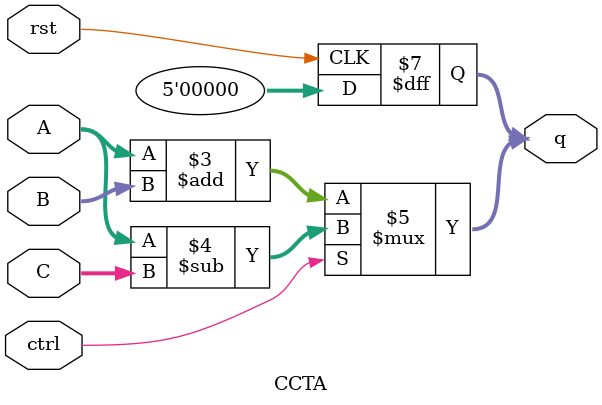
<source format=v>
`timescale 1ns / 1ps


module CCTA(
   input [3:0] A,B,C,
   input rst,
   input ctrl,
   output reg[4:0] q
    );
    always @(*) begin
        q = (ctrl == 1'b0) ? (A+B) : (A-C) ; 
    end
    
    always @(posedge rst) begin 
        q = 5'b0;
    end

endmodule

</source>
